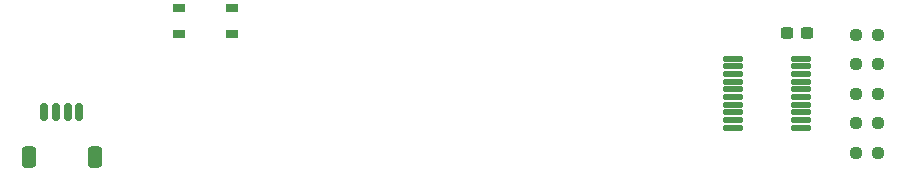
<source format=gtp>
G04 #@! TF.GenerationSoftware,KiCad,Pcbnew,7.0.1*
G04 #@! TF.CreationDate,2023-09-08T10:55:18-05:00*
G04 #@! TF.ProjectId,ProtoPropDuo,50726f74-6f50-4726-9f70-44756f2e6b69,B*
G04 #@! TF.SameCoordinates,Original*
G04 #@! TF.FileFunction,Paste,Top*
G04 #@! TF.FilePolarity,Positive*
%FSLAX46Y46*%
G04 Gerber Fmt 4.6, Leading zero omitted, Abs format (unit mm)*
G04 Created by KiCad (PCBNEW 7.0.1) date 2023-09-08 10:55:18*
%MOMM*%
%LPD*%
G01*
G04 APERTURE LIST*
G04 Aperture macros list*
%AMRoundRect*
0 Rectangle with rounded corners*
0 $1 Rounding radius*
0 $2 $3 $4 $5 $6 $7 $8 $9 X,Y pos of 4 corners*
0 Add a 4 corners polygon primitive as box body*
4,1,4,$2,$3,$4,$5,$6,$7,$8,$9,$2,$3,0*
0 Add four circle primitives for the rounded corners*
1,1,$1+$1,$2,$3*
1,1,$1+$1,$4,$5*
1,1,$1+$1,$6,$7*
1,1,$1+$1,$8,$9*
0 Add four rect primitives between the rounded corners*
20,1,$1+$1,$2,$3,$4,$5,0*
20,1,$1+$1,$4,$5,$6,$7,0*
20,1,$1+$1,$6,$7,$8,$9,0*
20,1,$1+$1,$8,$9,$2,$3,0*%
G04 Aperture macros list end*
%ADD10RoundRect,0.150000X-0.150000X-0.625000X0.150000X-0.625000X0.150000X0.625000X-0.150000X0.625000X0*%
%ADD11RoundRect,0.250000X-0.350000X-0.650000X0.350000X-0.650000X0.350000X0.650000X-0.350000X0.650000X0*%
%ADD12RoundRect,0.237500X-0.300000X-0.237500X0.300000X-0.237500X0.300000X0.237500X-0.300000X0.237500X0*%
%ADD13RoundRect,0.237500X-0.250000X-0.237500X0.250000X-0.237500X0.250000X0.237500X-0.250000X0.237500X0*%
%ADD14RoundRect,0.020500X-0.764500X-0.184500X0.764500X-0.184500X0.764500X0.184500X-0.764500X0.184500X0*%
%ADD15R,1.000000X0.700000*%
G04 APERTURE END LIST*
D10*
X140740000Y-105696000D03*
X141740000Y-105696000D03*
X142740000Y-105696000D03*
X143740000Y-105696000D03*
D11*
X139440000Y-109571000D03*
X145040000Y-109571000D03*
D12*
X203607500Y-99060000D03*
X205332500Y-99060000D03*
D13*
X209503000Y-104200000D03*
X211328000Y-104200000D03*
D14*
X199060000Y-101215000D03*
X199060000Y-101865000D03*
X199060000Y-102515000D03*
X199060000Y-103165000D03*
X199060000Y-103815000D03*
X199060000Y-104465000D03*
X199060000Y-105115000D03*
X199060000Y-105765000D03*
X199060000Y-106415000D03*
X199060000Y-107065000D03*
X204800000Y-107065000D03*
X204800000Y-106415000D03*
X204800000Y-105765000D03*
X204800000Y-105115000D03*
X204800000Y-104465000D03*
X204800000Y-103815000D03*
X204800000Y-103165000D03*
X204800000Y-102515000D03*
X204800000Y-101865000D03*
X204800000Y-101215000D03*
D13*
X209503000Y-101690000D03*
X211328000Y-101690000D03*
X209503000Y-99180000D03*
X211328000Y-99180000D03*
D15*
X152182000Y-96969000D03*
X156682000Y-96969000D03*
X152182000Y-99119000D03*
X156682000Y-99119000D03*
D13*
X209503000Y-109220000D03*
X211328000Y-109220000D03*
X209503000Y-106710000D03*
X211328000Y-106710000D03*
M02*

</source>
